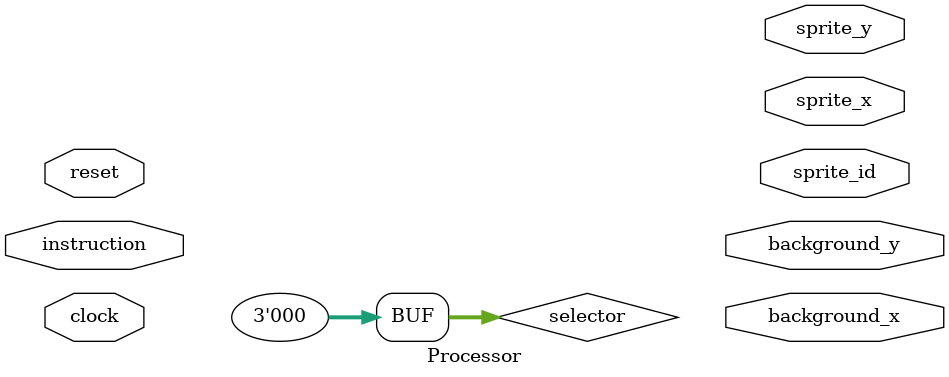
<source format=v>
module Processor #(
	parameter PROGRAM_FILE_PATH = "",
	parameter DATA_WIDTH = 32
)(
	input wire clock,
	input wire reset,
	input wire [DATA_WIDTH-1:0] instruction,
	
	// Outputs to background and sprite modules
	output reg [9:0] background_x,
	output reg [9:0] background_y,
	output reg [9:0] sprite_x,
	output reg [9:0] sprite_y,
	output reg [4:0] sprite_id
);
	
	// Architecture constants
	localparam integer PROGRAM_COUNTER_ADDRESS_WIDTH = 20;
	localparam integer PROGRAM_COUNTER_SELECTOR_SIZE = 2;
	localparam integer MEMORY_ADDRESS_WIDTH = 15;
	
	// Programmable functions
	localparam FUNCTION_SPRITE_LEVEL = 5'b00001;
	localparam FUNCTION_SPRITE_POS = 5'b00010;
	localparam FUNCTION_SPRITE_COLLISION_BG = 5'b00011;
	localparam FUNCTION_SPRITE_COLLISION_SP = 5'b00100;
	localparam FUNCTION_PUT_IMAGE = 5'b00101;
	localparam FUNCTION_WAIT_VSYNC = 5'b00110;
	
	// Internal wires
	wire [MEMORY_ADDRESS_WIDTH-1:0] fetch_address;
	wire [DATA_WIDTH-1:0] fetch_instruction;
	wire [DATA_WIDTH-1:0] fetched_instruction;
	wire [MEMORY_ADDRESS_WIDTH-1:0] fetched_address;
	wire [DATA_WIDTH-1:0] immediate;
	
	// Decode wires
	wire [4:0] instruction_code;
	wire [4:0] R, Rd, Rs, Rb, M;
	
	// Internal registers
	reg [2:0] selector = 0;
	
	// ProgramCounter (PC) component
	ProgramCounter #(
		.WORD_SIZE(MEMORY_ADDRESS_WIDTH)
	) ProgramCounter_instance(
		.clock(clock),
		.reset(reset),
		.instruction(instruction),
		.selector(selector),
		.out(fetch_address)
	);
	
	// Memory component
	Memory #(
		.ADDRESS_WIDTH(MEMORY_ADDRESS_WIDTH),
		.DATA_WIDTH(DATA_WIDTH),
		.INITIAL_MEMORY_DATA_PATH(PROGRAM_FILE_PATH)
	) Memory_instance(
		.write(1'b0),
		.read(1'b1),
		.address(fetch_address),
		.out(fetch_instruction)
	);
	
	// Fetch component
	Fetch #(
		.ADDRESS_WIDTH(MEMORY_ADDRESS_WIDTH),
		.DATA_WIDTH(DATA_WIDTH)
	) Fetch_instance(
		.clock(clock),
		.reset(reset),
		.fetch_address(fetch_address),
		.fetch_instruction(fetch_instruction),
		.fetched_address(fetched_address),
		.fetched_instruction(fetched_instruction)
	);

	// Extensor component
	Extensor #(
		.DATA_WIDTH(DATA_WIDTH)
	) Extensor_instance(
		.instruction(fetched_instruction),
		.immediate(immediate)
	);
	
	// Decode component
	Decode Decode_instance(
		.clock(clock),
		.reset(reset),
		.instruction_set(fetched_instruction),
		.instruction_code(instruction_code),
		.immediate(immediate),
		.R(Rd1),
		.Rd(Rd),
		.Rs(Rs),
		.Rb(Rb),
		.M(M)		
	);

endmodule

</source>
